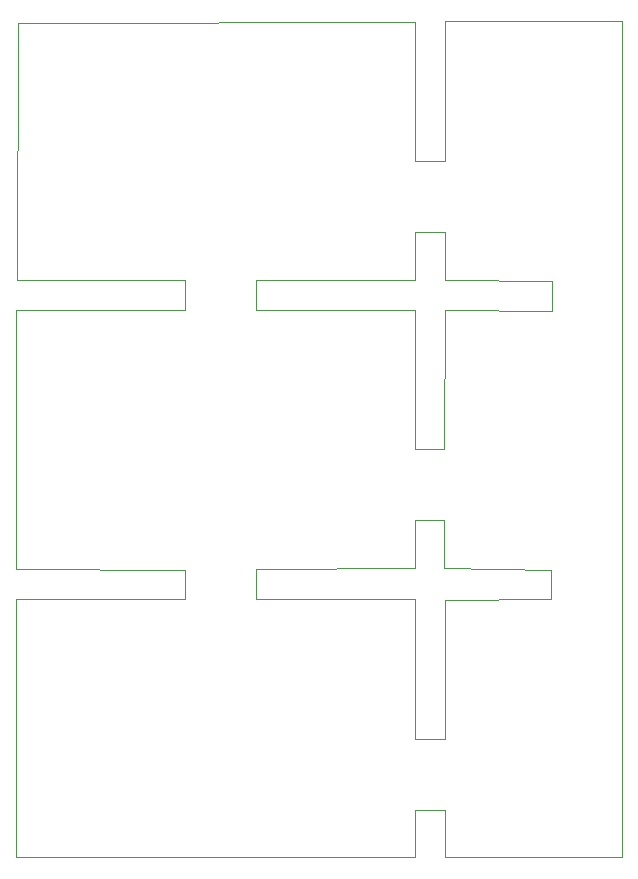
<source format=gbr>
%TF.GenerationSoftware,KiCad,Pcbnew,(6.0.4)*%
%TF.CreationDate,2022-07-15T22:22:15+03:00*%
%TF.ProjectId,panelized,70616e65-6c69-47a6-9564-2e6b69636164,rev?*%
%TF.SameCoordinates,Original*%
%TF.FileFunction,Profile,NP*%
%FSLAX46Y46*%
G04 Gerber Fmt 4.6, Leading zero omitted, Abs format (unit mm)*
G04 Created by KiCad (PCBNEW (6.0.4)) date 2022-07-15 22:22:15*
%MOMM*%
%LPD*%
G01*
G04 APERTURE LIST*
%TA.AperFunction,Profile*%
%ADD10C,0.100000*%
%TD*%
%TA.AperFunction,Profile*%
%ADD11C,0.120000*%
%TD*%
G04 APERTURE END LIST*
D10*
X88174200Y-137035400D02*
X88239600Y-125247400D01*
X97197800Y-122707400D02*
X88112600Y-122555000D01*
X88151800Y-112524400D02*
X88203945Y-100735026D01*
X88202600Y-88140400D02*
X88210800Y-76280750D01*
X88210800Y-98171000D02*
X88202600Y-94140400D01*
X97223200Y-98298000D02*
X88210800Y-98171000D01*
X103210800Y-76280750D02*
X103223200Y-98298000D01*
X88210800Y-76280750D02*
X103210800Y-76280750D01*
X103223200Y-100798000D02*
X103197800Y-122707400D01*
X88112600Y-122555000D02*
X88151800Y-118524400D01*
X88203945Y-100735026D02*
X97223200Y-100798000D01*
X85699600Y-76352400D02*
X85702600Y-88140400D01*
X52095400Y-76403200D02*
X85699600Y-76352400D01*
X51943000Y-98196400D02*
X52095400Y-76403200D01*
X66162000Y-98196400D02*
X51943000Y-98196400D01*
X51917600Y-100761800D02*
X66162000Y-100696400D01*
X51866800Y-122656600D02*
X51917600Y-100761800D01*
X66184400Y-122732800D02*
X51866800Y-122656600D01*
X85699600Y-98221800D02*
X85702600Y-94140400D01*
X72162000Y-100696400D02*
X85699600Y-100736400D01*
X72162000Y-98196400D02*
X85699600Y-98221800D01*
X85651800Y-112524400D02*
X85699600Y-100736400D01*
X85648800Y-122580400D02*
X85651800Y-118524400D01*
X72184400Y-122669453D02*
X85648800Y-122580400D01*
X72184400Y-125207400D02*
X85671200Y-125232494D01*
X85674200Y-143035400D02*
X85671200Y-147076494D01*
X85671200Y-147076494D02*
X51889200Y-147076494D01*
X51889200Y-125232494D02*
X66184400Y-125207400D01*
X51889200Y-147076494D02*
X51889200Y-125232494D01*
X85671200Y-125232494D02*
X85674200Y-137035400D01*
X88209200Y-147045600D02*
X88174200Y-143035400D01*
X88239600Y-125247400D02*
X97197800Y-125207400D01*
X103197800Y-125207400D02*
X103209200Y-147045600D01*
X103209200Y-147045600D02*
X88209200Y-147045600D01*
D11*
%TO.C,REF\u002A\u002A*%
X97197800Y-122707400D02*
X97197800Y-125207400D01*
X103197800Y-122707400D02*
X103197800Y-125207400D01*
X97223200Y-98298000D02*
X97223200Y-100798000D01*
X103223200Y-98298000D02*
X103223200Y-100798000D01*
X85702600Y-94140400D02*
X88202600Y-94140400D01*
X85702600Y-88140400D02*
X88202600Y-88140400D01*
X85651800Y-118524400D02*
X88151800Y-118524400D01*
X85651800Y-112524400D02*
X88151800Y-112524400D01*
X66162000Y-98196400D02*
X66162000Y-100696400D01*
X72162000Y-98196400D02*
X72162000Y-100696400D01*
X85674200Y-143035400D02*
X88174200Y-143035400D01*
X85674200Y-137035400D02*
X88174200Y-137035400D01*
X66184400Y-122707400D02*
X66184400Y-125207400D01*
X72184400Y-122707400D02*
X72184400Y-125207400D01*
%TD*%
M02*

</source>
